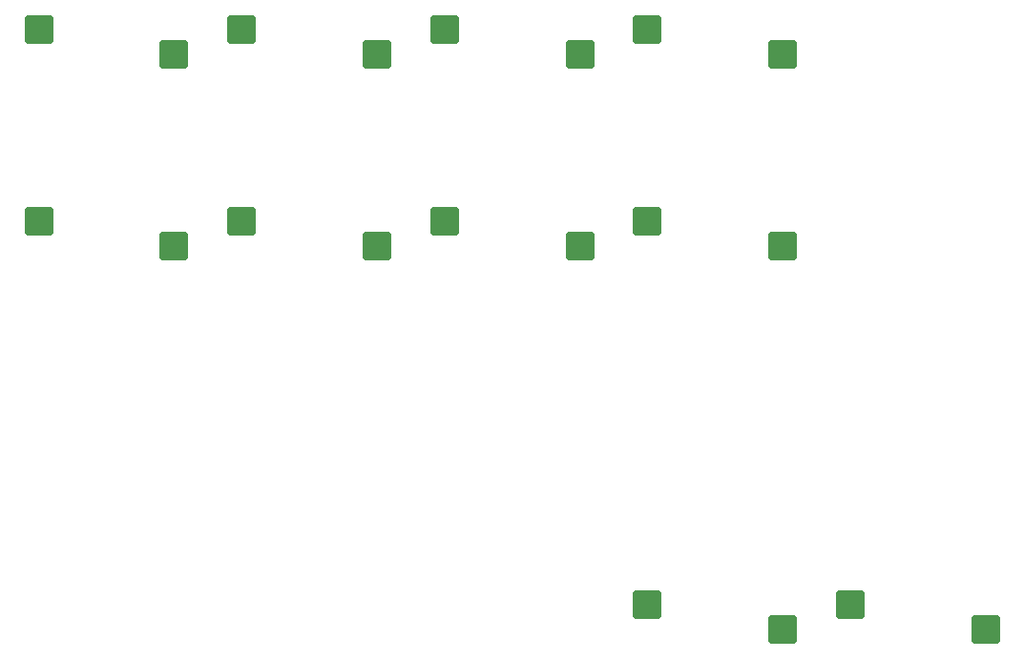
<source format=gbr>
%TF.GenerationSoftware,KiCad,Pcbnew,(6.0.9)*%
%TF.CreationDate,2022-12-21T17:39:14+05:00*%
%TF.ProjectId,vsrgkb-left,76737267-6b62-42d6-9c65-66742e6b6963,rev?*%
%TF.SameCoordinates,Original*%
%TF.FileFunction,Paste,Bot*%
%TF.FilePolarity,Positive*%
%FSLAX46Y46*%
G04 Gerber Fmt 4.6, Leading zero omitted, Abs format (unit mm)*
G04 Created by KiCad (PCBNEW (6.0.9)) date 2022-12-21 17:39:14*
%MOMM*%
%LPD*%
G01*
G04 APERTURE LIST*
G04 Aperture macros list*
%AMRoundRect*
0 Rectangle with rounded corners*
0 $1 Rounding radius*
0 $2 $3 $4 $5 $6 $7 $8 $9 X,Y pos of 4 corners*
0 Add a 4 corners polygon primitive as box body*
4,1,4,$2,$3,$4,$5,$6,$7,$8,$9,$2,$3,0*
0 Add four circle primitives for the rounded corners*
1,1,$1+$1,$2,$3*
1,1,$1+$1,$4,$5*
1,1,$1+$1,$6,$7*
1,1,$1+$1,$8,$9*
0 Add four rect primitives between the rounded corners*
20,1,$1+$1,$2,$3,$4,$5,0*
20,1,$1+$1,$4,$5,$6,$7,0*
20,1,$1+$1,$6,$7,$8,$9,0*
20,1,$1+$1,$8,$9,$2,$3,0*%
G04 Aperture macros list end*
%ADD10RoundRect,0.250000X-1.025000X-1.000000X1.025000X-1.000000X1.025000X1.000000X-1.025000X1.000000X0*%
G04 APERTURE END LIST*
D10*
%TO.C,SW8*%
X102250000Y-66250000D03*
X114250000Y-68450000D03*
%TD*%
%TO.C,SW10*%
X120250000Y-100250000D03*
X132250000Y-102450000D03*
%TD*%
%TO.C,SW4*%
X120250000Y-49250000D03*
X132250000Y-51450000D03*
%TD*%
%TO.C,SW3*%
X102250000Y-49250000D03*
X114250000Y-51450000D03*
%TD*%
%TO.C,SW5*%
X138250000Y-100250000D03*
X150250000Y-102450000D03*
%TD*%
%TO.C,SW1*%
X66250000Y-49250000D03*
X78250000Y-51450000D03*
%TD*%
%TO.C,SW7*%
X84250000Y-66250000D03*
X96250000Y-68450000D03*
%TD*%
%TO.C,SW2*%
X84250000Y-49250000D03*
X96250000Y-51450000D03*
%TD*%
%TO.C,SW6*%
X66250000Y-66250000D03*
X78250000Y-68450000D03*
%TD*%
%TO.C,SW9*%
X120250000Y-66250000D03*
X132250000Y-68450000D03*
%TD*%
M02*

</source>
